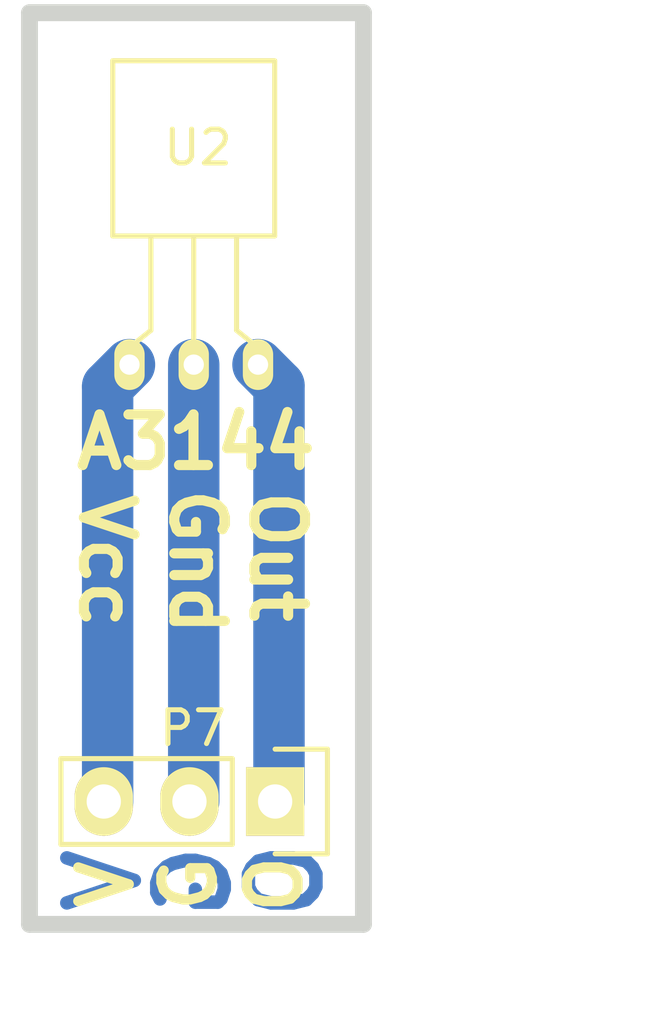
<source format=kicad_pcb>
(kicad_pcb (version 4) (host pcbnew 4.0.4+e1-6308~48~ubuntu16.04.1-stable)

  (general
    (links 3)
    (no_connects 0)
    (area 132.044218 84.147999 152.820629 116.326771)
    (thickness 1.6)
    (drawings 16)
    (tracks 6)
    (zones 0)
    (modules 2)
    (nets 4)
  )

  (page A4)
  (layers
    (0 F.Cu signal)
    (31 B.Cu signal)
    (32 B.Adhes user)
    (33 F.Adhes user)
    (34 B.Paste user)
    (35 F.Paste user)
    (36 B.SilkS user)
    (37 F.SilkS user)
    (38 B.Mask user)
    (39 F.Mask user)
    (40 Dwgs.User user)
    (41 Cmts.User user)
    (42 Eco1.User user)
    (43 Eco2.User user)
    (44 Edge.Cuts user)
    (45 Margin user)
    (46 B.CrtYd user)
    (47 F.CrtYd user)
    (48 B.Fab user)
    (49 F.Fab user)
  )

  (setup
    (last_trace_width 0.25)
    (user_trace_width 0.508)
    (user_trace_width 0.762)
    (user_trace_width 1.016)
    (user_trace_width 1.524)
    (user_trace_width 2.032)
    (user_trace_width 3.048)
    (trace_clearance 0.2)
    (zone_clearance 0.508)
    (zone_45_only no)
    (trace_min 0.2)
    (segment_width 0.2)
    (edge_width 0.5)
    (via_size 0.6)
    (via_drill 0.4)
    (via_min_size 0.4)
    (via_min_drill 0.3)
    (uvia_size 0.3)
    (uvia_drill 0.1)
    (uvias_allowed no)
    (uvia_min_size 0.2)
    (uvia_min_drill 0.1)
    (pcb_text_width 0.3)
    (pcb_text_size 1.5 1.5)
    (mod_edge_width 0.15)
    (mod_text_size 1 1)
    (mod_text_width 0.15)
    (pad_size 1.5748 2.286)
    (pad_drill 0)
    (pad_to_mask_clearance 0.2)
    (aux_axis_origin 0 0)
    (visible_elements FFFFF77F)
    (pcbplotparams
      (layerselection 0x010f0_80000001)
      (usegerberextensions false)
      (excludeedgelayer true)
      (linewidth 0.100000)
      (plotframeref false)
      (viasonmask false)
      (mode 1)
      (useauxorigin false)
      (hpglpennumber 1)
      (hpglpenspeed 20)
      (hpglpendiameter 15)
      (hpglpenoverlay 2)
      (psnegative false)
      (psa4output false)
      (plotreference true)
      (plotvalue true)
      (plotinvisibletext false)
      (padsonsilk false)
      (subtractmaskfromsilk false)
      (outputformat 1)
      (mirror false)
      (drillshape 0)
      (scaleselection 1)
      (outputdirectory "gerber/aecp hall sensor/"))
  )

  (net 0 "")
  (net 1 "Net-(P7-Pad1)")
  (net 2 "Net-(P7-Pad2)")
  (net 3 "Net-(P7-Pad3)")

  (net_class Default "Ceci est la Netclass par défaut"
    (clearance 0.2)
    (trace_width 0.25)
    (via_dia 0.6)
    (via_drill 0.4)
    (uvia_dia 0.3)
    (uvia_drill 0.1)
    (add_net "Net-(P7-Pad1)")
    (add_net "Net-(P7-Pad2)")
    (add_net "Net-(P7-Pad3)")
  )

  (module TO_SOT_Packages_THT:TO-92_Horizontal2_Inline_Narrow_Oval (layer F.Cu) (tedit 576E33DE) (tstamp 570AC287)
    (at 137.1981 94.82074)
    (descr "TO-92 horizontal, leads in-line, narrow, oval pads, drill 0.6mm (see NXP sot054_po.pdf)")
    (tags "to-92 sc-43 sc-43a sot54 PA33 transistor")
    (path /570AB9C1)
    (fp_text reference U2 (at 1.397 -6.42874 180) (layer F.SilkS)
      (effects (font (size 1 1) (thickness 0.15)))
    )
    (fp_text value A3144 (at 1.4097 2.33426) (layer F.Fab)
      (effects (font (size 1 1) (thickness 0.15)))
    )
    (fp_line (start 0 -1.016) (end -0.635 -0.508) (layer F.SilkS) (width 0.15))
    (fp_line (start 2.54 -1.016) (end 3.175 -0.508) (layer F.SilkS) (width 0.15))
    (fp_line (start 1.27 -1.016) (end 1.27 -0.508) (layer F.SilkS) (width 0.15))
    (fp_line (start 2.54 -1.016) (end 2.54 -3.81) (layer F.SilkS) (width 0.15))
    (fp_line (start 1.27 -1.016) (end 1.27 -3.81) (layer F.SilkS) (width 0.15))
    (fp_line (start 0 -1.016) (end 0 -3.81) (layer F.SilkS) (width 0.15))
    (fp_line (start 3.67 -3.81) (end -1.13 -3.81) (layer F.SilkS) (width 0.15))
    (fp_line (start -1.13 -3.81) (end -1.13 -9) (layer F.SilkS) (width 0.15))
    (fp_line (start -1.13 -9) (end 3.67 -9) (layer F.SilkS) (width 0.15))
    (fp_line (start 3.67 -9) (end 3.67 -3.81) (layer F.SilkS) (width 0.15))
    (fp_line (start 3.95 -9.25) (end 3.95 1) (layer F.CrtYd) (width 0.05))
    (fp_line (start 3.95 -9.25) (end -1.4 -9.25) (layer F.CrtYd) (width 0.05))
    (fp_line (start -1.4 -9.25) (end -1.4 1) (layer F.CrtYd) (width 0.05))
    (fp_line (start 3.95 1) (end -1.4 1) (layer F.CrtYd) (width 0.05))
    (pad 2 thru_hole oval (at 1.27 0) (size 0.89916 1.50114) (drill 0.6) (layers *.Cu *.Mask F.SilkS)
      (net 2 "Net-(P7-Pad2)"))
    (pad 1 thru_hole oval (at -0.635 0) (size 0.89916 1.50114) (drill 0.6) (layers *.Cu *.Mask F.SilkS)
      (net 3 "Net-(P7-Pad3)"))
    (pad 3 thru_hole oval (at 3.175 0) (size 0.89916 1.50114) (drill 0.6) (layers *.Cu *.Mask F.SilkS)
      (net 1 "Net-(P7-Pad1)"))
    (model walter/to/ipak.wrl
      (at (xyz 0.05 0 0))
      (scale (xyz 0.75 0.75 0.75))
      (rotate (xyz 0 0 0))
    )
  )

  (module Socket_Strips:Socket_Strip_Straight_1x03 (layer F.Cu) (tedit 577586C9) (tstamp 570AC280)
    (at 140.8811 107.7595 180)
    (descr "Through hole socket strip")
    (tags "socket strip")
    (path /570AD48D)
    (fp_text reference P7 (at 2.4384 2.1717 180) (layer F.SilkS)
      (effects (font (size 1 1) (thickness 0.15)))
    )
    (fp_text value CONN_HALL2 (at 2.3495 3.683 180) (layer F.Fab)
      (effects (font (size 1 1) (thickness 0.15)))
    )
    (fp_line (start 0 -1.55) (end -1.55 -1.55) (layer F.SilkS) (width 0.15))
    (fp_line (start -1.55 -1.55) (end -1.55 1.55) (layer F.SilkS) (width 0.15))
    (fp_line (start -1.55 1.55) (end 0 1.55) (layer F.SilkS) (width 0.15))
    (fp_line (start -1.75 -1.75) (end -1.75 1.75) (layer F.CrtYd) (width 0.05))
    (fp_line (start 6.85 -1.75) (end 6.85 1.75) (layer F.CrtYd) (width 0.05))
    (fp_line (start -1.75 -1.75) (end 6.85 -1.75) (layer F.CrtYd) (width 0.05))
    (fp_line (start -1.75 1.75) (end 6.85 1.75) (layer F.CrtYd) (width 0.05))
    (fp_line (start 1.27 -1.27) (end 6.35 -1.27) (layer F.SilkS) (width 0.15))
    (fp_line (start 6.35 -1.27) (end 6.35 1.27) (layer F.SilkS) (width 0.15))
    (fp_line (start 6.35 1.27) (end 1.27 1.27) (layer F.SilkS) (width 0.15))
    (fp_line (start 1.27 1.27) (end 1.27 -1.27) (layer F.SilkS) (width 0.15))
    (pad 1 thru_hole rect (at 0 0 180) (size 1.7272 2.032) (drill 1.016) (layers *.Cu *.Mask F.SilkS)
      (net 1 "Net-(P7-Pad1)"))
    (pad 2 thru_hole oval (at 2.54 0 180) (size 1.7272 2.032) (drill 1.016) (layers *.Cu *.Mask F.SilkS)
      (net 2 "Net-(P7-Pad2)"))
    (pad 3 thru_hole oval (at 5.08 0 180) (size 1.7272 2.032) (drill 1.016) (layers *.Cu *.Mask F.SilkS)
      (net 3 "Net-(P7-Pad3)"))
    (model walter/pin_strip/pin_strip_3.wrl
      (at (xyz 0.1 0 0))
      (scale (xyz 1 1 1))
      (rotate (xyz 0 0 0))
    )
  )

  (dimension 10.007729 (width 0.3) (layer Cmts.User)
    (gr_text "10,008 mm" (at 138.544217 114.951387 359.709161) (layer Cmts.User)
      (effects (font (size 1.5 1.5) (thickness 0.3)))
    )
    (feature1 (pts (xy 143.5608 112.4585) (xy 143.541165 116.32677)))
    (feature2 (pts (xy 133.5532 112.4077) (xy 133.533565 116.27597)))
    (crossbar (pts (xy 133.54727 113.576005) (xy 143.55487 113.626805)))
    (arrow1a (pts (xy 143.55487 113.626805) (xy 142.425404 114.2075)))
    (arrow1b (pts (xy 143.55487 113.626805) (xy 142.431357 113.034674)))
    (arrow2a (pts (xy 133.54727 113.576005) (xy 134.670783 114.168136)))
    (arrow2b (pts (xy 133.54727 113.576005) (xy 134.676736 112.99531)))
  )
  (gr_text A3144 (at 138.5316 97.1169) (layer F.SilkS)
    (effects (font (size 1.5 1.5) (thickness 0.3)))
  )
  (gr_text O (at 140.8684 110.2106 90) (layer F.SilkS)
    (effects (font (size 1.5 1.5) (thickness 0.3)))
  )
  (gr_text G (at 138.3284 110.1979 90) (layer F.SilkS)
    (effects (font (size 1.5 1.5) (thickness 0.3)))
  )
  (gr_text V (at 135.8646 110.2106 90) (layer F.SilkS)
    (effects (font (size 1.5 1.5) (thickness 0.3)))
  )
  (gr_text O (at 141.1859 110.0963 90) (layer B.Cu)
    (effects (font (size 2 2) (thickness 0.4)) (justify mirror))
  )
  (gr_text G (at 138.4681 110.1217 90) (layer B.Cu)
    (effects (font (size 2 2) (thickness 0.4)) (justify mirror))
  )
  (gr_text V (at 135.8011 110.0963 90) (layer B.Cu)
    (effects (font (size 2 2) (thickness 0.4)) (justify mirror))
  )
  (gr_text Out (at 140.9446 100.5078 270) (layer F.SilkS)
    (effects (font (size 1.5 1.5) (thickness 0.3)))
  )
  (gr_text Gnd (at 138.5697 100.6602 270) (layer F.SilkS)
    (effects (font (size 1.5 1.5) (thickness 0.3)))
  )
  (gr_text Vcc (at 135.89 100.6348 270) (layer F.SilkS)
    (effects (font (size 1.5 1.5) (thickness 0.3)))
  )
  (dimension 27.432106 (width 0.3) (layer Cmts.User)
    (gr_text "27,432 mm" (at 146.320629 97.885521 270.1591545) (layer Cmts.User)
      (effects (font (size 1.5 1.5) (thickness 0.3)))
    )
    (feature1 (pts (xy 144.1704 111.6076) (xy 147.708724 111.597771)))
    (feature2 (pts (xy 144.0942 84.1756) (xy 147.632524 84.165771)))
    (crossbar (pts (xy 144.932534 84.173271) (xy 145.008734 111.605271)))
    (arrow1a (pts (xy 145.008734 111.605271) (xy 144.419186 110.480401)))
    (arrow1b (pts (xy 145.008734 111.605271) (xy 145.592023 110.477143)))
    (arrow2a (pts (xy 144.932534 84.173271) (xy 144.349245 85.301399)))
    (arrow2b (pts (xy 144.932534 84.173271) (xy 145.522082 85.298141)))
  )
  (gr_line (start 133.599 111.398) (end 133.599 84.398) (angle 90) (layer Edge.Cuts) (width 0.5))
  (gr_line (start 143.499 111.398) (end 133.599 111.398) (angle 90) (layer Edge.Cuts) (width 0.5))
  (gr_line (start 143.499 84.398) (end 143.499 111.398) (angle 90) (layer Edge.Cuts) (width 0.5))
  (gr_line (start 133.599 84.398) (end 143.499 84.398) (angle 90) (layer Edge.Cuts) (width 0.5))

  (segment (start 140.9954 107.7595) (end 140.9954 95.44304) (width 1.524) (layer B.Cu) (net 1) (status 10))
  (segment (start 140.9954 95.44304) (end 140.3731 94.82074) (width 1.524) (layer B.Cu) (net 1) (tstamp 570FDD5B))
  (segment (start 138.4681 94.82074) (end 138.4681 107.7468) (width 1.524) (layer B.Cu) (net 2) (status 20))
  (segment (start 138.4681 107.7468) (end 138.4554 107.7595) (width 1.016) (layer B.Cu) (net 2) (tstamp 570E9E72) (status 30))
  (segment (start 135.9154 107.7595) (end 135.9154 95.46844) (width 1.524) (layer B.Cu) (net 3) (status 10))
  (segment (start 135.9154 95.46844) (end 136.5631 94.82074) (width 1.524) (layer B.Cu) (net 3) (tstamp 570FDD58))

)

</source>
